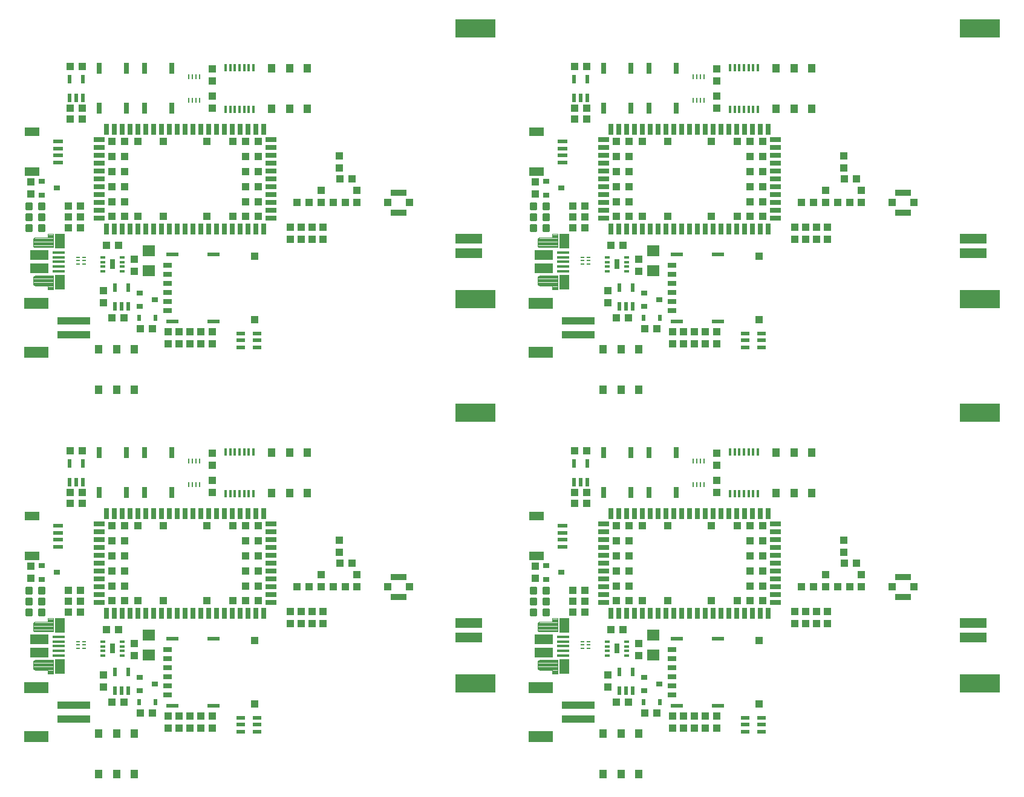
<source format=gtp>
G75*
%MOIN*%
%OFA0B0*%
%FSLAX25Y25*%
%IPPOS*%
%LPD*%
%AMOC8*
5,1,8,0,0,1.08239X$1,22.5*
%
%ADD10R,0.02953X0.06102*%
%ADD11R,0.06102X0.02953*%
%ADD12R,0.04134X0.04134*%
%ADD13R,0.05748X0.07874*%
%ADD14R,0.09843X0.05610*%
%ADD15C,0.00400*%
%ADD16C,0.00197*%
%ADD17R,0.07874X0.04724*%
%ADD18R,0.05315X0.02362*%
%ADD19R,0.18110X0.03937*%
%ADD20R,0.13386X0.06299*%
%ADD21R,0.03000X0.06000*%
%ADD22R,0.02165X0.04724*%
%ADD23R,0.04331X0.03937*%
%ADD24R,0.02480X0.03268*%
%ADD25C,0.01181*%
%ADD26R,0.03543X0.03150*%
%ADD27R,0.03937X0.04331*%
%ADD28R,0.02559X0.01181*%
%ADD29R,0.03150X0.05413*%
%ADD30R,0.03937X0.04528*%
%ADD31R,0.05118X0.02559*%
%ADD32R,0.07087X0.01890*%
%ADD33R,0.03937X0.04055*%
%ADD34R,0.08661X0.03346*%
%ADD35R,0.04134X0.03937*%
%ADD36R,0.07087X0.06299*%
%ADD37R,0.22047X0.10236*%
%ADD38R,0.14567X0.05512*%
%ADD39R,0.02402X0.00984*%
%ADD40R,0.02205X0.00984*%
%ADD41R,0.04724X0.02362*%
%ADD42R,0.00984X0.02953*%
%ADD43R,0.01200X0.03900*%
D10*
X0109217Y0120941D03*
X0113547Y0120941D03*
X0117878Y0120941D03*
X0122209Y0120941D03*
X0126539Y0120941D03*
X0130870Y0120941D03*
X0135201Y0120941D03*
X0139531Y0120941D03*
X0143862Y0120941D03*
X0148193Y0120941D03*
X0152524Y0120941D03*
X0156854Y0120941D03*
X0161185Y0120941D03*
X0165516Y0120941D03*
X0169846Y0120941D03*
X0174177Y0120941D03*
X0178508Y0120941D03*
X0182839Y0120941D03*
X0187169Y0120941D03*
X0191500Y0120941D03*
X0195831Y0120941D03*
X0195831Y0176059D03*
X0191500Y0176059D03*
X0187169Y0176059D03*
X0182839Y0176059D03*
X0178508Y0176059D03*
X0174177Y0176059D03*
X0169846Y0176059D03*
X0165516Y0176059D03*
X0161185Y0176059D03*
X0156854Y0176059D03*
X0152524Y0176059D03*
X0148193Y0176059D03*
X0143862Y0176059D03*
X0139531Y0176059D03*
X0135201Y0176059D03*
X0130870Y0176059D03*
X0126539Y0176059D03*
X0122209Y0176059D03*
X0117878Y0176059D03*
X0113547Y0176059D03*
X0109217Y0176059D03*
X0109217Y0332941D03*
X0113547Y0332941D03*
X0117878Y0332941D03*
X0122209Y0332941D03*
X0126539Y0332941D03*
X0130870Y0332941D03*
X0135201Y0332941D03*
X0139531Y0332941D03*
X0143862Y0332941D03*
X0148193Y0332941D03*
X0152524Y0332941D03*
X0156854Y0332941D03*
X0161185Y0332941D03*
X0165516Y0332941D03*
X0169846Y0332941D03*
X0174177Y0332941D03*
X0178508Y0332941D03*
X0182839Y0332941D03*
X0187169Y0332941D03*
X0191500Y0332941D03*
X0195831Y0332941D03*
X0195831Y0388059D03*
X0191500Y0388059D03*
X0187169Y0388059D03*
X0182839Y0388059D03*
X0178508Y0388059D03*
X0174177Y0388059D03*
X0169846Y0388059D03*
X0165516Y0388059D03*
X0161185Y0388059D03*
X0156854Y0388059D03*
X0152524Y0388059D03*
X0148193Y0388059D03*
X0143862Y0388059D03*
X0139531Y0388059D03*
X0135201Y0388059D03*
X0130870Y0388059D03*
X0126539Y0388059D03*
X0122209Y0388059D03*
X0117878Y0388059D03*
X0113547Y0388059D03*
X0109217Y0388059D03*
X0387217Y0388059D03*
X0391547Y0388059D03*
X0395878Y0388059D03*
X0400209Y0388059D03*
X0404539Y0388059D03*
X0408870Y0388059D03*
X0413201Y0388059D03*
X0417531Y0388059D03*
X0421862Y0388059D03*
X0426193Y0388059D03*
X0430524Y0388059D03*
X0434854Y0388059D03*
X0439185Y0388059D03*
X0443516Y0388059D03*
X0447846Y0388059D03*
X0452177Y0388059D03*
X0456508Y0388059D03*
X0460839Y0388059D03*
X0465169Y0388059D03*
X0469500Y0388059D03*
X0473831Y0388059D03*
X0473831Y0332941D03*
X0469500Y0332941D03*
X0465169Y0332941D03*
X0460839Y0332941D03*
X0456508Y0332941D03*
X0452177Y0332941D03*
X0447846Y0332941D03*
X0443516Y0332941D03*
X0439185Y0332941D03*
X0434854Y0332941D03*
X0430524Y0332941D03*
X0426193Y0332941D03*
X0421862Y0332941D03*
X0417531Y0332941D03*
X0413201Y0332941D03*
X0408870Y0332941D03*
X0404539Y0332941D03*
X0400209Y0332941D03*
X0395878Y0332941D03*
X0391547Y0332941D03*
X0387217Y0332941D03*
X0387217Y0176059D03*
X0391547Y0176059D03*
X0395878Y0176059D03*
X0400209Y0176059D03*
X0404539Y0176059D03*
X0408870Y0176059D03*
X0413201Y0176059D03*
X0417531Y0176059D03*
X0421862Y0176059D03*
X0426193Y0176059D03*
X0430524Y0176059D03*
X0434854Y0176059D03*
X0439185Y0176059D03*
X0443516Y0176059D03*
X0447846Y0176059D03*
X0452177Y0176059D03*
X0456508Y0176059D03*
X0460839Y0176059D03*
X0465169Y0176059D03*
X0469500Y0176059D03*
X0473831Y0176059D03*
X0473831Y0120941D03*
X0469500Y0120941D03*
X0465169Y0120941D03*
X0460839Y0120941D03*
X0456508Y0120941D03*
X0452177Y0120941D03*
X0447846Y0120941D03*
X0443516Y0120941D03*
X0439185Y0120941D03*
X0434854Y0120941D03*
X0430524Y0120941D03*
X0426193Y0120941D03*
X0421862Y0120941D03*
X0417531Y0120941D03*
X0413201Y0120941D03*
X0408870Y0120941D03*
X0404539Y0120941D03*
X0400209Y0120941D03*
X0395878Y0120941D03*
X0391547Y0120941D03*
X0387217Y0120941D03*
D11*
X0383280Y0126846D03*
X0383280Y0131177D03*
X0383280Y0135508D03*
X0383280Y0139839D03*
X0383280Y0144169D03*
X0383280Y0148500D03*
X0383280Y0152831D03*
X0383280Y0157161D03*
X0383280Y0161492D03*
X0383280Y0165823D03*
X0383280Y0170154D03*
X0477768Y0170154D03*
X0477768Y0165823D03*
X0477768Y0161492D03*
X0477768Y0157161D03*
X0477768Y0152831D03*
X0477768Y0148500D03*
X0477768Y0144169D03*
X0477768Y0139839D03*
X0477768Y0135508D03*
X0477768Y0131177D03*
X0477768Y0126846D03*
X0199768Y0126846D03*
X0199768Y0131177D03*
X0199768Y0135508D03*
X0199768Y0139839D03*
X0199768Y0144169D03*
X0199768Y0148500D03*
X0199768Y0152831D03*
X0199768Y0157161D03*
X0199768Y0161492D03*
X0199768Y0165823D03*
X0199768Y0170154D03*
X0105280Y0170154D03*
X0105280Y0165823D03*
X0105280Y0161492D03*
X0105280Y0157161D03*
X0105280Y0152831D03*
X0105280Y0148500D03*
X0105280Y0144169D03*
X0105280Y0139839D03*
X0105280Y0135508D03*
X0105280Y0131177D03*
X0105280Y0126846D03*
X0105280Y0338846D03*
X0105280Y0343177D03*
X0105280Y0347508D03*
X0105280Y0351839D03*
X0105280Y0356169D03*
X0105280Y0360500D03*
X0105280Y0364831D03*
X0105280Y0369161D03*
X0105280Y0373492D03*
X0105280Y0377823D03*
X0105280Y0382154D03*
X0199768Y0382154D03*
X0199768Y0377823D03*
X0199768Y0373492D03*
X0199768Y0369161D03*
X0199768Y0364831D03*
X0199768Y0360500D03*
X0199768Y0356169D03*
X0199768Y0351839D03*
X0199768Y0347508D03*
X0199768Y0343177D03*
X0199768Y0338846D03*
X0383280Y0338846D03*
X0383280Y0343177D03*
X0383280Y0347508D03*
X0383280Y0351839D03*
X0383280Y0356169D03*
X0383280Y0360500D03*
X0383280Y0364831D03*
X0383280Y0369161D03*
X0383280Y0373492D03*
X0383280Y0377823D03*
X0383280Y0382154D03*
X0477768Y0382154D03*
X0477768Y0377823D03*
X0477768Y0373492D03*
X0477768Y0369161D03*
X0477768Y0364831D03*
X0477768Y0360500D03*
X0477768Y0356169D03*
X0477768Y0351839D03*
X0477768Y0347508D03*
X0477768Y0343177D03*
X0477768Y0338846D03*
D12*
X0470878Y0339831D03*
X0463791Y0339831D03*
X0456705Y0339831D03*
X0463791Y0348098D03*
X0470878Y0348098D03*
X0470878Y0356366D03*
X0463791Y0356366D03*
X0463791Y0364634D03*
X0470878Y0364634D03*
X0470878Y0372902D03*
X0463791Y0372902D03*
X0463791Y0381169D03*
X0456705Y0381169D03*
X0470878Y0381169D03*
X0442531Y0381169D03*
X0418516Y0381169D03*
X0404343Y0381169D03*
X0397256Y0381169D03*
X0390169Y0381169D03*
X0390169Y0372902D03*
X0397256Y0372902D03*
X0397256Y0364634D03*
X0390169Y0364634D03*
X0390169Y0356366D03*
X0397256Y0356366D03*
X0397256Y0348098D03*
X0390169Y0348098D03*
X0390169Y0339831D03*
X0397256Y0339831D03*
X0404343Y0339831D03*
X0418516Y0339831D03*
X0442531Y0339831D03*
X0442531Y0169169D03*
X0456705Y0169169D03*
X0463791Y0169169D03*
X0470878Y0169169D03*
X0470878Y0160902D03*
X0463791Y0160902D03*
X0463791Y0152634D03*
X0470878Y0152634D03*
X0470878Y0144366D03*
X0463791Y0144366D03*
X0463791Y0136098D03*
X0470878Y0136098D03*
X0470878Y0127831D03*
X0463791Y0127831D03*
X0456705Y0127831D03*
X0442531Y0127831D03*
X0418516Y0127831D03*
X0404343Y0127831D03*
X0397256Y0127831D03*
X0390169Y0127831D03*
X0390169Y0136098D03*
X0397256Y0136098D03*
X0397256Y0144366D03*
X0390169Y0144366D03*
X0390169Y0152634D03*
X0397256Y0152634D03*
X0397256Y0160902D03*
X0390169Y0160902D03*
X0390169Y0169169D03*
X0397256Y0169169D03*
X0404343Y0169169D03*
X0418516Y0169169D03*
X0192878Y0169169D03*
X0185791Y0169169D03*
X0178705Y0169169D03*
X0185791Y0160902D03*
X0192878Y0160902D03*
X0192878Y0152634D03*
X0185791Y0152634D03*
X0185791Y0144366D03*
X0192878Y0144366D03*
X0192878Y0136098D03*
X0185791Y0136098D03*
X0185791Y0127831D03*
X0178705Y0127831D03*
X0192878Y0127831D03*
X0164531Y0127831D03*
X0140516Y0127831D03*
X0126343Y0127831D03*
X0119256Y0127831D03*
X0112169Y0127831D03*
X0112169Y0136098D03*
X0119256Y0136098D03*
X0119256Y0144366D03*
X0112169Y0144366D03*
X0112169Y0152634D03*
X0119256Y0152634D03*
X0119256Y0160902D03*
X0112169Y0160902D03*
X0112169Y0169169D03*
X0119256Y0169169D03*
X0126343Y0169169D03*
X0140516Y0169169D03*
X0164531Y0169169D03*
X0164531Y0339831D03*
X0178705Y0339831D03*
X0185791Y0339831D03*
X0192878Y0339831D03*
X0192878Y0348098D03*
X0185791Y0348098D03*
X0185791Y0356366D03*
X0192878Y0356366D03*
X0192878Y0364634D03*
X0185791Y0364634D03*
X0185791Y0372902D03*
X0192878Y0372902D03*
X0192878Y0381169D03*
X0185791Y0381169D03*
X0178705Y0381169D03*
X0164531Y0381169D03*
X0140516Y0381169D03*
X0126343Y0381169D03*
X0119256Y0381169D03*
X0112169Y0381169D03*
X0112169Y0372902D03*
X0119256Y0372902D03*
X0119256Y0364634D03*
X0112169Y0364634D03*
X0112169Y0356366D03*
X0119256Y0356366D03*
X0119256Y0348098D03*
X0112169Y0348098D03*
X0112169Y0339831D03*
X0119256Y0339831D03*
X0126343Y0339831D03*
X0140516Y0339831D03*
D13*
X0083606Y0326417D03*
X0083606Y0303583D03*
X0361606Y0303583D03*
X0361606Y0326417D03*
X0361606Y0114417D03*
X0361606Y0091583D03*
X0083606Y0091583D03*
X0083606Y0114417D03*
D14*
X0071992Y0106789D03*
X0071992Y0099211D03*
X0349992Y0099211D03*
X0349992Y0106789D03*
X0349992Y0311211D03*
X0349992Y0318789D03*
X0071992Y0318789D03*
X0071992Y0311211D03*
D15*
X0069964Y0307194D02*
X0069675Y0307161D01*
X0069400Y0307065D01*
X0069153Y0306910D01*
X0068947Y0306704D01*
X0068793Y0306458D01*
X0068696Y0306183D01*
X0068664Y0305894D01*
X0068664Y0302994D01*
X0068694Y0302727D01*
X0068783Y0302473D01*
X0068926Y0302246D01*
X0069116Y0302055D01*
X0069343Y0301913D01*
X0069597Y0301824D01*
X0069864Y0301794D01*
X0076764Y0301794D01*
X0076802Y0301786D01*
X0076834Y0301764D01*
X0076856Y0301732D01*
X0076864Y0301694D01*
X0076864Y0299794D01*
X0079964Y0299794D01*
X0079964Y0307194D01*
X0069964Y0307194D01*
X0069391Y0307059D02*
X0079964Y0307059D01*
X0079964Y0306661D02*
X0068920Y0306661D01*
X0068724Y0306262D02*
X0079964Y0306262D01*
X0079964Y0305864D02*
X0068664Y0305864D01*
X0068664Y0305465D02*
X0079964Y0305465D01*
X0079964Y0305067D02*
X0068664Y0305067D01*
X0068664Y0304668D02*
X0079964Y0304668D01*
X0079964Y0304270D02*
X0068664Y0304270D01*
X0068664Y0303871D02*
X0079964Y0303871D01*
X0079964Y0303473D02*
X0068664Y0303473D01*
X0068664Y0303074D02*
X0079964Y0303074D01*
X0079964Y0302676D02*
X0068712Y0302676D01*
X0068906Y0302277D02*
X0079964Y0302277D01*
X0079964Y0301879D02*
X0069440Y0301879D01*
X0076864Y0301480D02*
X0079964Y0301480D01*
X0079964Y0301082D02*
X0076864Y0301082D01*
X0076864Y0300683D02*
X0079964Y0300683D01*
X0079964Y0300285D02*
X0076864Y0300285D01*
X0076864Y0299886D02*
X0079964Y0299886D01*
X0079964Y0322857D02*
X0069964Y0322857D01*
X0069675Y0322889D01*
X0069400Y0322986D01*
X0069153Y0323140D01*
X0068947Y0323346D01*
X0068793Y0323593D01*
X0068696Y0323868D01*
X0068664Y0324157D01*
X0068664Y0327057D01*
X0068694Y0327324D01*
X0068783Y0327577D01*
X0068926Y0327805D01*
X0069116Y0327995D01*
X0069343Y0328138D01*
X0069597Y0328227D01*
X0069864Y0328257D01*
X0076764Y0328257D01*
X0076802Y0328264D01*
X0076834Y0328286D01*
X0076856Y0328319D01*
X0076864Y0328357D01*
X0076864Y0330257D01*
X0079964Y0330257D01*
X0079964Y0322857D01*
X0079964Y0323000D02*
X0069377Y0323000D01*
X0068915Y0323398D02*
X0079964Y0323398D01*
X0079964Y0323797D02*
X0068721Y0323797D01*
X0068664Y0324195D02*
X0079964Y0324195D01*
X0079964Y0324594D02*
X0068664Y0324594D01*
X0068664Y0324992D02*
X0079964Y0324992D01*
X0079964Y0325391D02*
X0068664Y0325391D01*
X0068664Y0325789D02*
X0079964Y0325789D01*
X0079964Y0326188D02*
X0068664Y0326188D01*
X0068664Y0326586D02*
X0079964Y0326586D01*
X0079964Y0326985D02*
X0068664Y0326985D01*
X0068715Y0327383D02*
X0079964Y0327383D01*
X0079964Y0327782D02*
X0068911Y0327782D01*
X0069465Y0328181D02*
X0079964Y0328181D01*
X0079964Y0328579D02*
X0076864Y0328579D01*
X0076864Y0328978D02*
X0079964Y0328978D01*
X0079964Y0329376D02*
X0076864Y0329376D01*
X0076864Y0329775D02*
X0079964Y0329775D01*
X0079964Y0330173D02*
X0076864Y0330173D01*
X0346664Y0327057D02*
X0346664Y0324157D01*
X0346696Y0323868D01*
X0346793Y0323593D01*
X0346947Y0323346D01*
X0347153Y0323140D01*
X0347400Y0322986D01*
X0347675Y0322889D01*
X0347964Y0322857D01*
X0357964Y0322857D01*
X0357964Y0330257D01*
X0354864Y0330257D01*
X0354864Y0328357D01*
X0354856Y0328319D01*
X0354834Y0328286D01*
X0354802Y0328264D01*
X0354764Y0328257D01*
X0347864Y0328257D01*
X0347597Y0328227D01*
X0347343Y0328138D01*
X0347116Y0327995D01*
X0346926Y0327805D01*
X0346783Y0327577D01*
X0346694Y0327324D01*
X0346664Y0327057D01*
X0346664Y0326985D02*
X0357964Y0326985D01*
X0357964Y0327383D02*
X0346715Y0327383D01*
X0346911Y0327782D02*
X0357964Y0327782D01*
X0357964Y0328181D02*
X0347465Y0328181D01*
X0346664Y0326586D02*
X0357964Y0326586D01*
X0357964Y0326188D02*
X0346664Y0326188D01*
X0346664Y0325789D02*
X0357964Y0325789D01*
X0357964Y0325391D02*
X0346664Y0325391D01*
X0346664Y0324992D02*
X0357964Y0324992D01*
X0357964Y0324594D02*
X0346664Y0324594D01*
X0346664Y0324195D02*
X0357964Y0324195D01*
X0357964Y0323797D02*
X0346721Y0323797D01*
X0346915Y0323398D02*
X0357964Y0323398D01*
X0357964Y0323000D02*
X0347377Y0323000D01*
X0354864Y0328579D02*
X0357964Y0328579D01*
X0357964Y0328978D02*
X0354864Y0328978D01*
X0354864Y0329376D02*
X0357964Y0329376D01*
X0357964Y0329775D02*
X0354864Y0329775D01*
X0354864Y0330173D02*
X0357964Y0330173D01*
X0357964Y0307194D02*
X0347964Y0307194D01*
X0347675Y0307161D01*
X0347400Y0307065D01*
X0347153Y0306910D01*
X0346947Y0306704D01*
X0346793Y0306458D01*
X0346696Y0306183D01*
X0346664Y0305894D01*
X0346664Y0302994D01*
X0346694Y0302727D01*
X0346783Y0302473D01*
X0346926Y0302246D01*
X0347116Y0302055D01*
X0347343Y0301913D01*
X0347597Y0301824D01*
X0347864Y0301794D01*
X0354764Y0301794D01*
X0354802Y0301786D01*
X0354834Y0301764D01*
X0354856Y0301732D01*
X0354864Y0301694D01*
X0354864Y0299794D01*
X0357964Y0299794D01*
X0357964Y0307194D01*
X0357964Y0307059D02*
X0347391Y0307059D01*
X0346920Y0306661D02*
X0357964Y0306661D01*
X0357964Y0306262D02*
X0346724Y0306262D01*
X0346664Y0305864D02*
X0357964Y0305864D01*
X0357964Y0305465D02*
X0346664Y0305465D01*
X0346664Y0305067D02*
X0357964Y0305067D01*
X0357964Y0304668D02*
X0346664Y0304668D01*
X0346664Y0304270D02*
X0357964Y0304270D01*
X0357964Y0303871D02*
X0346664Y0303871D01*
X0346664Y0303473D02*
X0357964Y0303473D01*
X0357964Y0303074D02*
X0346664Y0303074D01*
X0346712Y0302676D02*
X0357964Y0302676D01*
X0357964Y0302277D02*
X0346906Y0302277D01*
X0347440Y0301879D02*
X0357964Y0301879D01*
X0357964Y0301480D02*
X0354864Y0301480D01*
X0354864Y0301082D02*
X0357964Y0301082D01*
X0357964Y0300683D02*
X0354864Y0300683D01*
X0354864Y0300285D02*
X0357964Y0300285D01*
X0357964Y0299886D02*
X0354864Y0299886D01*
X0354864Y0118257D02*
X0357964Y0118257D01*
X0357964Y0110857D01*
X0347964Y0110857D01*
X0347675Y0110889D01*
X0347400Y0110986D01*
X0347153Y0111140D01*
X0346947Y0111346D01*
X0346793Y0111593D01*
X0346696Y0111868D01*
X0346664Y0112157D01*
X0346664Y0115057D01*
X0346694Y0115324D01*
X0346783Y0115577D01*
X0346926Y0115805D01*
X0347116Y0115995D01*
X0347343Y0116138D01*
X0347597Y0116227D01*
X0347864Y0116257D01*
X0354764Y0116257D01*
X0354802Y0116264D01*
X0354834Y0116286D01*
X0354856Y0116319D01*
X0354864Y0116357D01*
X0354864Y0118257D01*
X0354864Y0118165D02*
X0357964Y0118165D01*
X0357964Y0117767D02*
X0354864Y0117767D01*
X0354864Y0117368D02*
X0357964Y0117368D01*
X0357964Y0116970D02*
X0354864Y0116970D01*
X0354864Y0116571D02*
X0357964Y0116571D01*
X0357964Y0116172D02*
X0347442Y0116172D01*
X0346906Y0115774D02*
X0357964Y0115774D01*
X0357964Y0115375D02*
X0346712Y0115375D01*
X0346664Y0114977D02*
X0357964Y0114977D01*
X0357964Y0114578D02*
X0346664Y0114578D01*
X0346664Y0114180D02*
X0357964Y0114180D01*
X0357964Y0113781D02*
X0346664Y0113781D01*
X0346664Y0113383D02*
X0357964Y0113383D01*
X0357964Y0112984D02*
X0346664Y0112984D01*
X0346664Y0112586D02*
X0357964Y0112586D01*
X0357964Y0112187D02*
X0346664Y0112187D01*
X0346724Y0111789D02*
X0357964Y0111789D01*
X0357964Y0111390D02*
X0346920Y0111390D01*
X0347390Y0110992D02*
X0357964Y0110992D01*
X0357964Y0095194D02*
X0347964Y0095194D01*
X0347675Y0095161D01*
X0347400Y0095065D01*
X0347153Y0094910D01*
X0346947Y0094704D01*
X0346793Y0094458D01*
X0346696Y0094183D01*
X0346664Y0093894D01*
X0346664Y0090994D01*
X0346694Y0090727D01*
X0346783Y0090473D01*
X0346926Y0090246D01*
X0347116Y0090055D01*
X0347343Y0089913D01*
X0347597Y0089824D01*
X0347864Y0089794D01*
X0354764Y0089794D01*
X0354802Y0089786D01*
X0354834Y0089764D01*
X0354856Y0089732D01*
X0354864Y0089694D01*
X0354864Y0087794D01*
X0357964Y0087794D01*
X0357964Y0095194D01*
X0357964Y0095051D02*
X0347378Y0095051D01*
X0346915Y0094653D02*
X0357964Y0094653D01*
X0357964Y0094254D02*
X0346721Y0094254D01*
X0346664Y0093856D02*
X0357964Y0093856D01*
X0357964Y0093457D02*
X0346664Y0093457D01*
X0346664Y0093059D02*
X0357964Y0093059D01*
X0357964Y0092660D02*
X0346664Y0092660D01*
X0346664Y0092262D02*
X0357964Y0092262D01*
X0357964Y0091863D02*
X0346664Y0091863D01*
X0346664Y0091465D02*
X0357964Y0091465D01*
X0357964Y0091066D02*
X0346664Y0091066D01*
X0346714Y0090668D02*
X0357964Y0090668D01*
X0357964Y0090269D02*
X0346911Y0090269D01*
X0347463Y0089871D02*
X0357964Y0089871D01*
X0357964Y0089472D02*
X0354864Y0089472D01*
X0354864Y0089074D02*
X0357964Y0089074D01*
X0357964Y0088675D02*
X0354864Y0088675D01*
X0354864Y0088277D02*
X0357964Y0088277D01*
X0357964Y0087878D02*
X0354864Y0087878D01*
X0079964Y0087878D02*
X0076864Y0087878D01*
X0076864Y0087794D02*
X0079964Y0087794D01*
X0079964Y0095194D01*
X0069964Y0095194D01*
X0069675Y0095161D01*
X0069400Y0095065D01*
X0069153Y0094910D01*
X0068947Y0094704D01*
X0068793Y0094458D01*
X0068696Y0094183D01*
X0068664Y0093894D01*
X0068664Y0090994D01*
X0068694Y0090727D01*
X0068783Y0090473D01*
X0068926Y0090246D01*
X0069116Y0090055D01*
X0069343Y0089913D01*
X0069597Y0089824D01*
X0069864Y0089794D01*
X0076764Y0089794D01*
X0076802Y0089786D01*
X0076834Y0089764D01*
X0076856Y0089732D01*
X0076864Y0089694D01*
X0076864Y0087794D01*
X0076864Y0088277D02*
X0079964Y0088277D01*
X0079964Y0088675D02*
X0076864Y0088675D01*
X0076864Y0089074D02*
X0079964Y0089074D01*
X0079964Y0089472D02*
X0076864Y0089472D01*
X0079964Y0089871D02*
X0069463Y0089871D01*
X0068911Y0090269D02*
X0079964Y0090269D01*
X0079964Y0090668D02*
X0068714Y0090668D01*
X0068664Y0091066D02*
X0079964Y0091066D01*
X0079964Y0091465D02*
X0068664Y0091465D01*
X0068664Y0091863D02*
X0079964Y0091863D01*
X0079964Y0092262D02*
X0068664Y0092262D01*
X0068664Y0092660D02*
X0079964Y0092660D01*
X0079964Y0093059D02*
X0068664Y0093059D01*
X0068664Y0093457D02*
X0079964Y0093457D01*
X0079964Y0093856D02*
X0068664Y0093856D01*
X0068721Y0094254D02*
X0079964Y0094254D01*
X0079964Y0094653D02*
X0068915Y0094653D01*
X0069378Y0095051D02*
X0079964Y0095051D01*
X0079964Y0110857D02*
X0069964Y0110857D01*
X0069675Y0110889D01*
X0069400Y0110986D01*
X0069153Y0111140D01*
X0068947Y0111346D01*
X0068793Y0111593D01*
X0068696Y0111868D01*
X0068664Y0112157D01*
X0068664Y0115057D01*
X0068694Y0115324D01*
X0068783Y0115577D01*
X0068926Y0115805D01*
X0069116Y0115995D01*
X0069343Y0116138D01*
X0069597Y0116227D01*
X0069864Y0116257D01*
X0076764Y0116257D01*
X0076802Y0116264D01*
X0076834Y0116286D01*
X0076856Y0116319D01*
X0076864Y0116357D01*
X0076864Y0118257D01*
X0079964Y0118257D01*
X0079964Y0110857D01*
X0079964Y0110992D02*
X0069390Y0110992D01*
X0068920Y0111390D02*
X0079964Y0111390D01*
X0079964Y0111789D02*
X0068724Y0111789D01*
X0068664Y0112187D02*
X0079964Y0112187D01*
X0079964Y0112586D02*
X0068664Y0112586D01*
X0068664Y0112984D02*
X0079964Y0112984D01*
X0079964Y0113383D02*
X0068664Y0113383D01*
X0068664Y0113781D02*
X0079964Y0113781D01*
X0079964Y0114180D02*
X0068664Y0114180D01*
X0068664Y0114578D02*
X0079964Y0114578D01*
X0079964Y0114977D02*
X0068664Y0114977D01*
X0068712Y0115375D02*
X0079964Y0115375D01*
X0079964Y0115774D02*
X0068906Y0115774D01*
X0069442Y0116172D02*
X0079964Y0116172D01*
X0079964Y0116571D02*
X0076864Y0116571D01*
X0076864Y0116970D02*
X0079964Y0116970D01*
X0079964Y0117368D02*
X0076864Y0117368D01*
X0076864Y0117767D02*
X0079964Y0117767D01*
X0079964Y0118165D02*
X0076864Y0118165D01*
D16*
X0079351Y0108610D02*
X0085748Y0108610D01*
X0085748Y0107626D01*
X0079351Y0107626D01*
X0079351Y0108610D01*
X0079351Y0108598D02*
X0085748Y0108598D01*
X0085748Y0108403D02*
X0079351Y0108403D01*
X0079351Y0108208D02*
X0085748Y0108208D01*
X0085748Y0108012D02*
X0079351Y0108012D01*
X0079351Y0107817D02*
X0085748Y0107817D01*
X0085748Y0106051D02*
X0079351Y0106051D01*
X0079351Y0105067D01*
X0085748Y0105067D01*
X0085748Y0106051D01*
X0085748Y0105863D02*
X0079351Y0105863D01*
X0079351Y0105668D02*
X0085748Y0105668D01*
X0085748Y0105473D02*
X0079351Y0105473D01*
X0079351Y0105277D02*
X0085748Y0105277D01*
X0085748Y0105082D02*
X0079351Y0105082D01*
X0079351Y0103492D02*
X0085748Y0103492D01*
X0085748Y0102508D01*
X0079351Y0102508D01*
X0079351Y0103492D01*
X0079351Y0103324D02*
X0085748Y0103324D01*
X0085748Y0103128D02*
X0079351Y0103128D01*
X0079351Y0102933D02*
X0085748Y0102933D01*
X0085748Y0102737D02*
X0079351Y0102737D01*
X0079351Y0102542D02*
X0085748Y0102542D01*
X0085748Y0100933D02*
X0079351Y0100933D01*
X0079351Y0099949D01*
X0085748Y0099949D01*
X0085748Y0100933D01*
X0085748Y0100784D02*
X0079351Y0100784D01*
X0079351Y0100588D02*
X0085748Y0100588D01*
X0085748Y0100393D02*
X0079351Y0100393D01*
X0079351Y0100198D02*
X0085748Y0100198D01*
X0085748Y0100002D02*
X0079351Y0100002D01*
X0079351Y0098374D02*
X0085748Y0098374D01*
X0085748Y0097390D01*
X0079351Y0097390D01*
X0079351Y0098374D01*
X0079351Y0098244D02*
X0085748Y0098244D01*
X0085748Y0098049D02*
X0079351Y0098049D01*
X0079351Y0097853D02*
X0085748Y0097853D01*
X0085748Y0097658D02*
X0079351Y0097658D01*
X0079351Y0097463D02*
X0085748Y0097463D01*
X0357351Y0097463D02*
X0363748Y0097463D01*
X0363748Y0097390D02*
X0357351Y0097390D01*
X0357351Y0098374D01*
X0363748Y0098374D01*
X0363748Y0097390D01*
X0363748Y0097658D02*
X0357351Y0097658D01*
X0357351Y0097853D02*
X0363748Y0097853D01*
X0363748Y0098049D02*
X0357351Y0098049D01*
X0357351Y0098244D02*
X0363748Y0098244D01*
X0363748Y0099949D02*
X0357351Y0099949D01*
X0357351Y0100933D01*
X0363748Y0100933D01*
X0363748Y0099949D01*
X0363748Y0100002D02*
X0357351Y0100002D01*
X0357351Y0100198D02*
X0363748Y0100198D01*
X0363748Y0100393D02*
X0357351Y0100393D01*
X0357351Y0100588D02*
X0363748Y0100588D01*
X0363748Y0100784D02*
X0357351Y0100784D01*
X0357351Y0102508D02*
X0357351Y0103492D01*
X0363748Y0103492D01*
X0363748Y0102508D01*
X0357351Y0102508D01*
X0357351Y0102542D02*
X0363748Y0102542D01*
X0363748Y0102737D02*
X0357351Y0102737D01*
X0357351Y0102933D02*
X0363748Y0102933D01*
X0363748Y0103128D02*
X0357351Y0103128D01*
X0357351Y0103324D02*
X0363748Y0103324D01*
X0363748Y0105067D02*
X0357351Y0105067D01*
X0357351Y0106051D01*
X0363748Y0106051D01*
X0363748Y0105067D01*
X0363748Y0105082D02*
X0357351Y0105082D01*
X0357351Y0105277D02*
X0363748Y0105277D01*
X0363748Y0105473D02*
X0357351Y0105473D01*
X0357351Y0105668D02*
X0363748Y0105668D01*
X0363748Y0105863D02*
X0357351Y0105863D01*
X0357351Y0107626D02*
X0357351Y0108610D01*
X0363748Y0108610D01*
X0363748Y0107626D01*
X0357351Y0107626D01*
X0357351Y0107817D02*
X0363748Y0107817D01*
X0363748Y0108012D02*
X0357351Y0108012D01*
X0357351Y0108208D02*
X0363748Y0108208D01*
X0363748Y0108403D02*
X0357351Y0108403D01*
X0357351Y0108598D02*
X0363748Y0108598D01*
X0363748Y0309390D02*
X0357351Y0309390D01*
X0357351Y0310374D01*
X0363748Y0310374D01*
X0363748Y0309390D01*
X0363748Y0309430D02*
X0357351Y0309430D01*
X0357351Y0309626D02*
X0363748Y0309626D01*
X0363748Y0309821D02*
X0357351Y0309821D01*
X0357351Y0310016D02*
X0363748Y0310016D01*
X0363748Y0310212D02*
X0357351Y0310212D01*
X0357351Y0311949D02*
X0357351Y0312933D01*
X0363748Y0312933D01*
X0363748Y0311949D01*
X0357351Y0311949D01*
X0357351Y0311970D02*
X0363748Y0311970D01*
X0363748Y0312165D02*
X0357351Y0312165D01*
X0357351Y0312361D02*
X0363748Y0312361D01*
X0363748Y0312556D02*
X0357351Y0312556D01*
X0357351Y0312751D02*
X0363748Y0312751D01*
X0363748Y0314508D02*
X0357351Y0314508D01*
X0357351Y0315492D01*
X0363748Y0315492D01*
X0363748Y0314508D01*
X0363748Y0314510D02*
X0357351Y0314510D01*
X0357351Y0314705D02*
X0363748Y0314705D01*
X0363748Y0314900D02*
X0357351Y0314900D01*
X0357351Y0315096D02*
X0363748Y0315096D01*
X0363748Y0315291D02*
X0357351Y0315291D01*
X0357351Y0315486D02*
X0363748Y0315486D01*
X0363748Y0317067D02*
X0357351Y0317067D01*
X0357351Y0318051D01*
X0363748Y0318051D01*
X0363748Y0317067D01*
X0363748Y0317245D02*
X0357351Y0317245D01*
X0357351Y0317440D02*
X0363748Y0317440D01*
X0363748Y0317635D02*
X0357351Y0317635D01*
X0357351Y0317831D02*
X0363748Y0317831D01*
X0363748Y0318026D02*
X0357351Y0318026D01*
X0357351Y0319626D02*
X0357351Y0320610D01*
X0363748Y0320610D01*
X0363748Y0319626D01*
X0357351Y0319626D01*
X0357351Y0319784D02*
X0363748Y0319784D01*
X0363748Y0319980D02*
X0357351Y0319980D01*
X0357351Y0320175D02*
X0363748Y0320175D01*
X0363748Y0320370D02*
X0357351Y0320370D01*
X0357351Y0320566D02*
X0363748Y0320566D01*
X0085748Y0320566D02*
X0079351Y0320566D01*
X0079351Y0320610D02*
X0085748Y0320610D01*
X0085748Y0319626D01*
X0079351Y0319626D01*
X0079351Y0320610D01*
X0079351Y0320370D02*
X0085748Y0320370D01*
X0085748Y0320175D02*
X0079351Y0320175D01*
X0079351Y0319980D02*
X0085748Y0319980D01*
X0085748Y0319784D02*
X0079351Y0319784D01*
X0079351Y0318051D02*
X0085748Y0318051D01*
X0085748Y0317067D01*
X0079351Y0317067D01*
X0079351Y0318051D01*
X0079351Y0318026D02*
X0085748Y0318026D01*
X0085748Y0317831D02*
X0079351Y0317831D01*
X0079351Y0317635D02*
X0085748Y0317635D01*
X0085748Y0317440D02*
X0079351Y0317440D01*
X0079351Y0317245D02*
X0085748Y0317245D01*
X0085748Y0315492D02*
X0079351Y0315492D01*
X0079351Y0314508D01*
X0085748Y0314508D01*
X0085748Y0315492D01*
X0085748Y0315486D02*
X0079351Y0315486D01*
X0079351Y0315291D02*
X0085748Y0315291D01*
X0085748Y0315096D02*
X0079351Y0315096D01*
X0079351Y0314900D02*
X0085748Y0314900D01*
X0085748Y0314705D02*
X0079351Y0314705D01*
X0079351Y0314510D02*
X0085748Y0314510D01*
X0085748Y0312933D02*
X0079351Y0312933D01*
X0079351Y0311949D01*
X0085748Y0311949D01*
X0085748Y0312933D01*
X0085748Y0312751D02*
X0079351Y0312751D01*
X0079351Y0312556D02*
X0085748Y0312556D01*
X0085748Y0312361D02*
X0079351Y0312361D01*
X0079351Y0312165D02*
X0085748Y0312165D01*
X0085748Y0311970D02*
X0079351Y0311970D01*
X0079351Y0310374D02*
X0085748Y0310374D01*
X0085748Y0309390D01*
X0079351Y0309390D01*
X0079351Y0310374D01*
X0079351Y0310212D02*
X0085748Y0310212D01*
X0085748Y0310016D02*
X0079351Y0310016D01*
X0079351Y0309821D02*
X0085748Y0309821D01*
X0085748Y0309626D02*
X0079351Y0309626D01*
X0079351Y0309430D02*
X0085748Y0309430D01*
D17*
X0068055Y0364476D03*
X0068055Y0386524D03*
X0346055Y0386524D03*
X0346055Y0364476D03*
X0346055Y0174524D03*
X0346055Y0152476D03*
X0068055Y0152476D03*
X0068055Y0174524D03*
D18*
X0082524Y0169406D03*
X0082524Y0165469D03*
X0082524Y0161531D03*
X0082524Y0157594D03*
X0360524Y0157594D03*
X0360524Y0161531D03*
X0360524Y0165469D03*
X0360524Y0169406D03*
X0360524Y0369594D03*
X0360524Y0373531D03*
X0360524Y0377469D03*
X0360524Y0381406D03*
X0082524Y0381406D03*
X0082524Y0377469D03*
X0082524Y0373531D03*
X0082524Y0369594D03*
D19*
X0091091Y0282437D03*
X0091091Y0274563D03*
X0369091Y0274563D03*
X0369091Y0282437D03*
X0369091Y0070437D03*
X0369091Y0062563D03*
X0091091Y0062563D03*
X0091091Y0070437D03*
D20*
X0070618Y0053114D03*
X0070618Y0079886D03*
X0070618Y0265114D03*
X0070618Y0291886D03*
X0348618Y0291886D03*
X0348618Y0265114D03*
X0348618Y0079886D03*
X0348618Y0053114D03*
D21*
X0383024Y0187500D03*
X0398024Y0187500D03*
X0408024Y0187500D03*
X0423024Y0187500D03*
X0423024Y0209500D03*
X0408024Y0209500D03*
X0398024Y0209500D03*
X0383024Y0209500D03*
X0145024Y0209500D03*
X0130024Y0209500D03*
X0120024Y0209500D03*
X0105024Y0209500D03*
X0105024Y0187500D03*
X0120024Y0187500D03*
X0130024Y0187500D03*
X0145024Y0187500D03*
X0145024Y0399500D03*
X0130024Y0399500D03*
X0120024Y0399500D03*
X0105024Y0399500D03*
X0105024Y0421500D03*
X0120024Y0421500D03*
X0130024Y0421500D03*
X0145024Y0421500D03*
X0383024Y0421500D03*
X0398024Y0421500D03*
X0408024Y0421500D03*
X0423024Y0421500D03*
X0423024Y0399500D03*
X0408024Y0399500D03*
X0398024Y0399500D03*
X0383024Y0399500D03*
D22*
X0374264Y0405381D03*
X0370524Y0405381D03*
X0366783Y0405381D03*
X0366783Y0415619D03*
X0374264Y0415619D03*
X0391783Y0300619D03*
X0399264Y0300619D03*
X0399264Y0290381D03*
X0395524Y0290381D03*
X0391783Y0290381D03*
X0374264Y0203619D03*
X0366783Y0203619D03*
X0366783Y0193381D03*
X0370524Y0193381D03*
X0374264Y0193381D03*
X0391783Y0088619D03*
X0399264Y0088619D03*
X0399264Y0078381D03*
X0395524Y0078381D03*
X0391783Y0078381D03*
X0121264Y0078381D03*
X0117524Y0078381D03*
X0113783Y0078381D03*
X0113783Y0088619D03*
X0121264Y0088619D03*
X0096264Y0193381D03*
X0092524Y0193381D03*
X0088783Y0193381D03*
X0088783Y0203619D03*
X0096264Y0203619D03*
X0113783Y0290381D03*
X0117524Y0290381D03*
X0121264Y0290381D03*
X0121264Y0300619D03*
X0113783Y0300619D03*
X0096264Y0405381D03*
X0092524Y0405381D03*
X0088783Y0405381D03*
X0088783Y0415619D03*
X0096264Y0415619D03*
D23*
X0095870Y0422600D03*
X0089177Y0422600D03*
X0089177Y0399500D03*
X0089177Y0393500D03*
X0095870Y0393500D03*
X0095870Y0399500D03*
X0094870Y0345500D03*
X0088177Y0345500D03*
X0088177Y0339500D03*
X0088177Y0333500D03*
X0094870Y0333500D03*
X0094870Y0339500D03*
X0109177Y0324000D03*
X0115870Y0324000D03*
X0118870Y0284000D03*
X0112177Y0284000D03*
X0127677Y0278000D03*
X0134370Y0278000D03*
X0214177Y0347508D03*
X0220870Y0347508D03*
X0234177Y0347508D03*
X0240870Y0347508D03*
X0237677Y0360500D03*
X0244370Y0360500D03*
X0366177Y0345500D03*
X0372870Y0345500D03*
X0372870Y0339500D03*
X0372870Y0333500D03*
X0366177Y0333500D03*
X0366177Y0339500D03*
X0387177Y0324000D03*
X0393870Y0324000D03*
X0396870Y0284000D03*
X0390177Y0284000D03*
X0405677Y0278000D03*
X0412370Y0278000D03*
X0492177Y0347508D03*
X0498870Y0347508D03*
X0512177Y0347508D03*
X0518870Y0347508D03*
X0515677Y0360500D03*
X0522370Y0360500D03*
X0373870Y0393500D03*
X0373870Y0399500D03*
X0367177Y0399500D03*
X0367177Y0393500D03*
X0367177Y0422600D03*
X0373870Y0422600D03*
X0373870Y0210600D03*
X0367177Y0210600D03*
X0367177Y0187500D03*
X0373870Y0187500D03*
X0373870Y0181500D03*
X0367177Y0181500D03*
X0366177Y0133500D03*
X0366177Y0127500D03*
X0366177Y0121500D03*
X0372870Y0121500D03*
X0372870Y0127500D03*
X0372870Y0133500D03*
X0387177Y0112000D03*
X0393870Y0112000D03*
X0396870Y0072000D03*
X0390177Y0072000D03*
X0405677Y0066000D03*
X0412370Y0066000D03*
X0492177Y0135508D03*
X0498870Y0135508D03*
X0512177Y0135508D03*
X0518870Y0135508D03*
X0515677Y0148500D03*
X0522370Y0148500D03*
X0244370Y0148500D03*
X0237677Y0148500D03*
X0240870Y0135508D03*
X0234177Y0135508D03*
X0220870Y0135508D03*
X0214177Y0135508D03*
X0115870Y0112000D03*
X0109177Y0112000D03*
X0094870Y0121500D03*
X0094870Y0127500D03*
X0094870Y0133500D03*
X0088177Y0133500D03*
X0088177Y0127500D03*
X0088177Y0121500D03*
X0112177Y0072000D03*
X0118870Y0072000D03*
X0127677Y0066000D03*
X0134370Y0066000D03*
X0095870Y0181500D03*
X0089177Y0181500D03*
X0089177Y0187500D03*
X0095870Y0187500D03*
X0095870Y0210600D03*
X0089177Y0210600D03*
D24*
X0126996Y0284000D03*
X0136051Y0284000D03*
X0404996Y0284000D03*
X0414051Y0284000D03*
X0414051Y0072000D03*
X0404996Y0072000D03*
X0136051Y0072000D03*
X0126996Y0072000D03*
D25*
X0074854Y0120122D02*
X0074854Y0122878D01*
X0074854Y0120122D02*
X0072098Y0120122D01*
X0072098Y0122878D01*
X0074854Y0122878D01*
X0074854Y0121244D02*
X0072098Y0121244D01*
X0072098Y0122366D02*
X0074854Y0122366D01*
X0072098Y0126122D02*
X0072098Y0128878D01*
X0074854Y0128878D01*
X0074854Y0126122D01*
X0072098Y0126122D01*
X0072098Y0127244D02*
X0074854Y0127244D01*
X0074854Y0128366D02*
X0072098Y0128366D01*
X0072098Y0132122D02*
X0072098Y0134878D01*
X0074854Y0134878D01*
X0074854Y0132122D01*
X0072098Y0132122D01*
X0072098Y0133244D02*
X0074854Y0133244D01*
X0074854Y0134366D02*
X0072098Y0134366D01*
X0065193Y0134878D02*
X0065193Y0132122D01*
X0065193Y0134878D02*
X0067949Y0134878D01*
X0067949Y0132122D01*
X0065193Y0132122D01*
X0065193Y0133244D02*
X0067949Y0133244D01*
X0067949Y0134366D02*
X0065193Y0134366D01*
X0065193Y0128878D02*
X0065193Y0126122D01*
X0065193Y0128878D02*
X0067949Y0128878D01*
X0067949Y0126122D01*
X0065193Y0126122D01*
X0065193Y0127244D02*
X0067949Y0127244D01*
X0067949Y0128366D02*
X0065193Y0128366D01*
X0067949Y0122878D02*
X0067949Y0120122D01*
X0065193Y0120122D01*
X0065193Y0122878D01*
X0067949Y0122878D01*
X0067949Y0121244D02*
X0065193Y0121244D01*
X0065193Y0122366D02*
X0067949Y0122366D01*
X0345949Y0122878D02*
X0345949Y0120122D01*
X0343193Y0120122D01*
X0343193Y0122878D01*
X0345949Y0122878D01*
X0345949Y0121244D02*
X0343193Y0121244D01*
X0343193Y0122366D02*
X0345949Y0122366D01*
X0343193Y0126122D02*
X0343193Y0128878D01*
X0345949Y0128878D01*
X0345949Y0126122D01*
X0343193Y0126122D01*
X0343193Y0127244D02*
X0345949Y0127244D01*
X0345949Y0128366D02*
X0343193Y0128366D01*
X0343193Y0132122D02*
X0343193Y0134878D01*
X0345949Y0134878D01*
X0345949Y0132122D01*
X0343193Y0132122D01*
X0343193Y0133244D02*
X0345949Y0133244D01*
X0345949Y0134366D02*
X0343193Y0134366D01*
X0350098Y0134878D02*
X0350098Y0132122D01*
X0350098Y0134878D02*
X0352854Y0134878D01*
X0352854Y0132122D01*
X0350098Y0132122D01*
X0350098Y0133244D02*
X0352854Y0133244D01*
X0352854Y0134366D02*
X0350098Y0134366D01*
X0350098Y0128878D02*
X0350098Y0126122D01*
X0350098Y0128878D02*
X0352854Y0128878D01*
X0352854Y0126122D01*
X0350098Y0126122D01*
X0350098Y0127244D02*
X0352854Y0127244D01*
X0352854Y0128366D02*
X0350098Y0128366D01*
X0352854Y0122878D02*
X0352854Y0120122D01*
X0350098Y0120122D01*
X0350098Y0122878D01*
X0352854Y0122878D01*
X0352854Y0121244D02*
X0350098Y0121244D01*
X0350098Y0122366D02*
X0352854Y0122366D01*
X0352854Y0332122D02*
X0352854Y0334878D01*
X0352854Y0332122D02*
X0350098Y0332122D01*
X0350098Y0334878D01*
X0352854Y0334878D01*
X0352854Y0333244D02*
X0350098Y0333244D01*
X0350098Y0334366D02*
X0352854Y0334366D01*
X0350098Y0338122D02*
X0350098Y0340878D01*
X0352854Y0340878D01*
X0352854Y0338122D01*
X0350098Y0338122D01*
X0350098Y0339244D02*
X0352854Y0339244D01*
X0352854Y0340366D02*
X0350098Y0340366D01*
X0350098Y0344122D02*
X0350098Y0346878D01*
X0352854Y0346878D01*
X0352854Y0344122D01*
X0350098Y0344122D01*
X0350098Y0345244D02*
X0352854Y0345244D01*
X0352854Y0346366D02*
X0350098Y0346366D01*
X0343193Y0346878D02*
X0343193Y0344122D01*
X0343193Y0346878D02*
X0345949Y0346878D01*
X0345949Y0344122D01*
X0343193Y0344122D01*
X0343193Y0345244D02*
X0345949Y0345244D01*
X0345949Y0346366D02*
X0343193Y0346366D01*
X0343193Y0340878D02*
X0343193Y0338122D01*
X0343193Y0340878D02*
X0345949Y0340878D01*
X0345949Y0338122D01*
X0343193Y0338122D01*
X0343193Y0339244D02*
X0345949Y0339244D01*
X0345949Y0340366D02*
X0343193Y0340366D01*
X0345949Y0334878D02*
X0345949Y0332122D01*
X0343193Y0332122D01*
X0343193Y0334878D01*
X0345949Y0334878D01*
X0345949Y0333244D02*
X0343193Y0333244D01*
X0343193Y0334366D02*
X0345949Y0334366D01*
X0074854Y0334878D02*
X0074854Y0332122D01*
X0072098Y0332122D01*
X0072098Y0334878D01*
X0074854Y0334878D01*
X0074854Y0333244D02*
X0072098Y0333244D01*
X0072098Y0334366D02*
X0074854Y0334366D01*
X0072098Y0338122D02*
X0072098Y0340878D01*
X0074854Y0340878D01*
X0074854Y0338122D01*
X0072098Y0338122D01*
X0072098Y0339244D02*
X0074854Y0339244D01*
X0074854Y0340366D02*
X0072098Y0340366D01*
X0072098Y0344122D02*
X0072098Y0346878D01*
X0074854Y0346878D01*
X0074854Y0344122D01*
X0072098Y0344122D01*
X0072098Y0345244D02*
X0074854Y0345244D01*
X0074854Y0346366D02*
X0072098Y0346366D01*
X0065193Y0346878D02*
X0065193Y0344122D01*
X0065193Y0346878D02*
X0067949Y0346878D01*
X0067949Y0344122D01*
X0065193Y0344122D01*
X0065193Y0345244D02*
X0067949Y0345244D01*
X0067949Y0346366D02*
X0065193Y0346366D01*
X0065193Y0340878D02*
X0065193Y0338122D01*
X0065193Y0340878D02*
X0067949Y0340878D01*
X0067949Y0338122D01*
X0065193Y0338122D01*
X0065193Y0339244D02*
X0067949Y0339244D01*
X0067949Y0340366D02*
X0065193Y0340366D01*
X0067949Y0334878D02*
X0067949Y0332122D01*
X0065193Y0332122D01*
X0065193Y0334878D01*
X0067949Y0334878D01*
X0067949Y0333244D02*
X0065193Y0333244D01*
X0065193Y0334366D02*
X0067949Y0334366D01*
D26*
X0073587Y0351760D03*
X0073587Y0359240D03*
X0081854Y0355500D03*
X0127587Y0297740D03*
X0135854Y0294000D03*
X0127587Y0290260D03*
X0073587Y0147240D03*
X0073587Y0139760D03*
X0081854Y0143500D03*
X0127587Y0085740D03*
X0127587Y0078260D03*
X0135854Y0082000D03*
X0351587Y0139760D03*
X0351587Y0147240D03*
X0359854Y0143500D03*
X0405587Y0085740D03*
X0405587Y0078260D03*
X0413854Y0082000D03*
X0405587Y0290260D03*
X0413854Y0294000D03*
X0405587Y0297740D03*
X0351587Y0351760D03*
X0351587Y0359240D03*
X0359854Y0355500D03*
D27*
X0345524Y0352154D03*
X0345524Y0358846D03*
X0402524Y0316346D03*
X0402524Y0309654D03*
X0385524Y0298846D03*
X0385524Y0292154D03*
X0421024Y0276346D03*
X0427024Y0276346D03*
X0433024Y0276346D03*
X0439024Y0276346D03*
X0445524Y0276346D03*
X0445524Y0269654D03*
X0439024Y0269654D03*
X0433024Y0269654D03*
X0427024Y0269654D03*
X0421024Y0269654D03*
X0488524Y0327154D03*
X0494524Y0327154D03*
X0500524Y0327154D03*
X0506524Y0327154D03*
X0506524Y0333846D03*
X0500524Y0333846D03*
X0494524Y0333846D03*
X0488524Y0333846D03*
X0505524Y0347492D03*
X0505524Y0354185D03*
X0525177Y0354346D03*
X0525177Y0347654D03*
X0515524Y0366654D03*
X0515524Y0373346D03*
X0445524Y0399654D03*
X0445524Y0406346D03*
X0445524Y0414654D03*
X0445524Y0421346D03*
X0247177Y0354346D03*
X0247177Y0347654D03*
X0227524Y0347492D03*
X0227524Y0354185D03*
X0237524Y0366654D03*
X0237524Y0373346D03*
X0228524Y0333846D03*
X0222524Y0333846D03*
X0216524Y0333846D03*
X0210524Y0333846D03*
X0210524Y0327154D03*
X0216524Y0327154D03*
X0222524Y0327154D03*
X0228524Y0327154D03*
X0167524Y0276346D03*
X0161024Y0276346D03*
X0155024Y0276346D03*
X0149024Y0276346D03*
X0143024Y0276346D03*
X0143024Y0269654D03*
X0149024Y0269654D03*
X0155024Y0269654D03*
X0161024Y0269654D03*
X0167524Y0269654D03*
X0124524Y0309654D03*
X0124524Y0316346D03*
X0107524Y0298846D03*
X0107524Y0292154D03*
X0067524Y0352154D03*
X0067524Y0358846D03*
X0167524Y0399654D03*
X0167524Y0406346D03*
X0167524Y0414654D03*
X0167524Y0421346D03*
X0167524Y0209346D03*
X0167524Y0202654D03*
X0167524Y0194346D03*
X0167524Y0187654D03*
X0237524Y0161346D03*
X0237524Y0154654D03*
X0247177Y0142346D03*
X0247177Y0135654D03*
X0227524Y0135492D03*
X0227524Y0142185D03*
X0228524Y0121846D03*
X0222524Y0121846D03*
X0216524Y0121846D03*
X0210524Y0121846D03*
X0210524Y0115154D03*
X0216524Y0115154D03*
X0222524Y0115154D03*
X0228524Y0115154D03*
X0167524Y0064346D03*
X0161024Y0064346D03*
X0155024Y0064346D03*
X0149024Y0064346D03*
X0143024Y0064346D03*
X0143024Y0057654D03*
X0149024Y0057654D03*
X0155024Y0057654D03*
X0161024Y0057654D03*
X0167524Y0057654D03*
X0124524Y0097654D03*
X0124524Y0104346D03*
X0107524Y0086846D03*
X0107524Y0080154D03*
X0067524Y0140154D03*
X0067524Y0146846D03*
X0345524Y0146846D03*
X0345524Y0140154D03*
X0402524Y0104346D03*
X0402524Y0097654D03*
X0385524Y0086846D03*
X0385524Y0080154D03*
X0421024Y0064346D03*
X0427024Y0064346D03*
X0433024Y0064346D03*
X0439024Y0064346D03*
X0445524Y0064346D03*
X0445524Y0057654D03*
X0439024Y0057654D03*
X0433024Y0057654D03*
X0427024Y0057654D03*
X0421024Y0057654D03*
X0488524Y0115154D03*
X0494524Y0115154D03*
X0500524Y0115154D03*
X0506524Y0115154D03*
X0506524Y0121846D03*
X0500524Y0121846D03*
X0494524Y0121846D03*
X0488524Y0121846D03*
X0505524Y0135492D03*
X0505524Y0142185D03*
X0525177Y0142346D03*
X0525177Y0135654D03*
X0515524Y0154654D03*
X0515524Y0161346D03*
X0445524Y0187654D03*
X0445524Y0194346D03*
X0445524Y0202654D03*
X0445524Y0209346D03*
D28*
X0395937Y0309661D03*
X0395937Y0312220D03*
X0395937Y0314780D03*
X0395937Y0317339D03*
X0385110Y0317339D03*
X0385110Y0314780D03*
X0385110Y0312220D03*
X0385110Y0309661D03*
X0117937Y0309661D03*
X0117937Y0312220D03*
X0117937Y0314780D03*
X0117937Y0317339D03*
X0107110Y0317339D03*
X0107110Y0314780D03*
X0107110Y0312220D03*
X0107110Y0309661D03*
X0107110Y0105339D03*
X0107110Y0102780D03*
X0107110Y0100220D03*
X0107110Y0097661D03*
X0117937Y0097661D03*
X0117937Y0100220D03*
X0117937Y0102780D03*
X0117937Y0105339D03*
X0385110Y0105339D03*
X0385110Y0102780D03*
X0385110Y0100220D03*
X0385110Y0097661D03*
X0395937Y0097661D03*
X0395937Y0100220D03*
X0395937Y0102780D03*
X0395937Y0105339D03*
D29*
X0390524Y0101500D03*
X0112524Y0101500D03*
X0112524Y0313500D03*
X0390524Y0313500D03*
D30*
X0392724Y0266622D03*
X0402566Y0266622D03*
X0382881Y0266622D03*
X0382881Y0244378D03*
X0392724Y0244378D03*
X0402566Y0244378D03*
X0478181Y0209622D03*
X0488024Y0209622D03*
X0497866Y0209622D03*
X0497866Y0187378D03*
X0488024Y0187378D03*
X0478181Y0187378D03*
X0402566Y0054622D03*
X0392724Y0054622D03*
X0382881Y0054622D03*
X0382881Y0032378D03*
X0392724Y0032378D03*
X0402566Y0032378D03*
X0219866Y0187378D03*
X0210024Y0187378D03*
X0200181Y0187378D03*
X0200181Y0209622D03*
X0210024Y0209622D03*
X0219866Y0209622D03*
X0124566Y0244378D03*
X0114724Y0244378D03*
X0104881Y0244378D03*
X0104881Y0266622D03*
X0114724Y0266622D03*
X0124566Y0266622D03*
X0200181Y0399378D03*
X0210024Y0399378D03*
X0219866Y0399378D03*
X0219866Y0421622D03*
X0210024Y0421622D03*
X0200181Y0421622D03*
X0478181Y0421622D03*
X0488024Y0421622D03*
X0497866Y0421622D03*
X0497866Y0399378D03*
X0488024Y0399378D03*
X0478181Y0399378D03*
X0124566Y0054622D03*
X0114724Y0054622D03*
X0104881Y0054622D03*
X0104881Y0032378D03*
X0114724Y0032378D03*
X0124566Y0032378D03*
D31*
X0142917Y0076000D03*
X0142917Y0081000D03*
X0142917Y0086000D03*
X0142917Y0091000D03*
X0142917Y0096000D03*
X0142917Y0101000D03*
X0142917Y0288000D03*
X0142917Y0293000D03*
X0142917Y0298000D03*
X0142917Y0303000D03*
X0142917Y0308000D03*
X0142917Y0313000D03*
X0420917Y0313000D03*
X0420917Y0308000D03*
X0420917Y0303000D03*
X0420917Y0298000D03*
X0420917Y0293000D03*
X0420917Y0288000D03*
X0420917Y0101000D03*
X0420917Y0096000D03*
X0420917Y0091000D03*
X0420917Y0086000D03*
X0420917Y0081000D03*
X0420917Y0076000D03*
D32*
X0423555Y0070035D03*
X0446193Y0070035D03*
X0446193Y0106846D03*
X0423555Y0106846D03*
X0168193Y0106846D03*
X0145555Y0106846D03*
X0145555Y0070035D03*
X0168193Y0070035D03*
X0168193Y0282035D03*
X0145555Y0282035D03*
X0145555Y0318846D03*
X0168193Y0318846D03*
X0423555Y0318846D03*
X0446193Y0318846D03*
X0446193Y0282035D03*
X0423555Y0282035D03*
D33*
X0468713Y0282921D03*
X0468713Y0318079D03*
X0190713Y0318079D03*
X0190713Y0282921D03*
X0190713Y0106079D03*
X0190713Y0070921D03*
X0468713Y0070921D03*
X0468713Y0106079D03*
D34*
X0548024Y0130094D03*
X0548024Y0140921D03*
X0270024Y0140921D03*
X0270024Y0130094D03*
X0270024Y0342094D03*
X0270024Y0352921D03*
X0548024Y0352921D03*
X0548024Y0342094D03*
D35*
X0554028Y0347508D03*
X0542020Y0347508D03*
X0276028Y0347508D03*
X0264020Y0347508D03*
X0264020Y0135508D03*
X0276028Y0135508D03*
X0542020Y0135508D03*
X0554028Y0135508D03*
D36*
X0410524Y0109012D03*
X0410524Y0097988D03*
X0132524Y0097988D03*
X0132524Y0109012D03*
X0132524Y0309988D03*
X0132524Y0321012D03*
X0410524Y0321012D03*
X0410524Y0309988D03*
D37*
X0312524Y0294197D03*
X0312524Y0231803D03*
X0312524Y0082197D03*
X0590524Y0082197D03*
X0590524Y0231803D03*
X0590524Y0294197D03*
X0590524Y0443803D03*
X0312524Y0443803D03*
D38*
X0308783Y0327661D03*
X0308783Y0319787D03*
X0586783Y0319787D03*
X0586783Y0327661D03*
X0586783Y0115661D03*
X0586783Y0107787D03*
X0308783Y0107787D03*
X0308783Y0115661D03*
D39*
X0371429Y0105469D03*
X0093429Y0105469D03*
X0093429Y0317469D03*
X0371429Y0317469D03*
D40*
X0371331Y0315500D03*
X0371331Y0313531D03*
X0374717Y0313531D03*
X0374717Y0315500D03*
X0374717Y0317469D03*
X0096717Y0317469D03*
X0096717Y0315500D03*
X0096717Y0313531D03*
X0093331Y0313531D03*
X0093331Y0315500D03*
X0096717Y0105469D03*
X0096717Y0103500D03*
X0096717Y0101531D03*
X0093331Y0101531D03*
X0093331Y0103500D03*
X0371331Y0103500D03*
X0371331Y0101531D03*
X0374717Y0101531D03*
X0374717Y0103500D03*
X0374717Y0105469D03*
D41*
X0460996Y0063240D03*
X0460996Y0059500D03*
X0460996Y0055760D03*
X0470051Y0055760D03*
X0470051Y0059500D03*
X0470051Y0063240D03*
X0192051Y0063240D03*
X0192051Y0059500D03*
X0192051Y0055760D03*
X0182996Y0055760D03*
X0182996Y0059500D03*
X0182996Y0063240D03*
X0182996Y0267760D03*
X0182996Y0271500D03*
X0182996Y0275240D03*
X0192051Y0275240D03*
X0192051Y0271500D03*
X0192051Y0267760D03*
X0460996Y0267760D03*
X0460996Y0271500D03*
X0460996Y0275240D03*
X0470051Y0275240D03*
X0470051Y0271500D03*
X0470051Y0267760D03*
D42*
X0438476Y0204996D03*
X0436508Y0204996D03*
X0434539Y0204996D03*
X0432571Y0204996D03*
X0432571Y0192004D03*
X0434539Y0192004D03*
X0436508Y0192004D03*
X0438476Y0192004D03*
X0160476Y0192004D03*
X0158508Y0192004D03*
X0156539Y0192004D03*
X0154571Y0192004D03*
X0154571Y0204996D03*
X0156539Y0204996D03*
X0158508Y0204996D03*
X0160476Y0204996D03*
X0160476Y0404004D03*
X0158508Y0404004D03*
X0156539Y0404004D03*
X0154571Y0404004D03*
X0154571Y0416996D03*
X0156539Y0416996D03*
X0158508Y0416996D03*
X0160476Y0416996D03*
X0432571Y0416996D03*
X0434539Y0416996D03*
X0436508Y0416996D03*
X0438476Y0416996D03*
X0438476Y0404004D03*
X0436508Y0404004D03*
X0434539Y0404004D03*
X0432571Y0404004D03*
D43*
X0452846Y0399013D03*
X0455406Y0399013D03*
X0457965Y0399013D03*
X0460524Y0399013D03*
X0463083Y0399013D03*
X0465642Y0399013D03*
X0468201Y0399013D03*
X0468201Y0421987D03*
X0465642Y0421987D03*
X0463083Y0421987D03*
X0460524Y0421987D03*
X0457965Y0421987D03*
X0455406Y0421987D03*
X0452846Y0421987D03*
X0190201Y0421987D03*
X0187642Y0421987D03*
X0185083Y0421987D03*
X0182524Y0421987D03*
X0179965Y0421987D03*
X0177406Y0421987D03*
X0174846Y0421987D03*
X0174846Y0399013D03*
X0177406Y0399013D03*
X0179965Y0399013D03*
X0182524Y0399013D03*
X0185083Y0399013D03*
X0187642Y0399013D03*
X0190201Y0399013D03*
X0190201Y0209987D03*
X0187642Y0209987D03*
X0185083Y0209987D03*
X0182524Y0209987D03*
X0179965Y0209987D03*
X0177406Y0209987D03*
X0174846Y0209987D03*
X0174846Y0187013D03*
X0177406Y0187013D03*
X0179965Y0187013D03*
X0182524Y0187013D03*
X0185083Y0187013D03*
X0187642Y0187013D03*
X0190201Y0187013D03*
X0452846Y0187013D03*
X0455406Y0187013D03*
X0457965Y0187013D03*
X0460524Y0187013D03*
X0463083Y0187013D03*
X0465642Y0187013D03*
X0468201Y0187013D03*
X0468201Y0209987D03*
X0465642Y0209987D03*
X0463083Y0209987D03*
X0460524Y0209987D03*
X0457965Y0209987D03*
X0455406Y0209987D03*
X0452846Y0209987D03*
M02*

</source>
